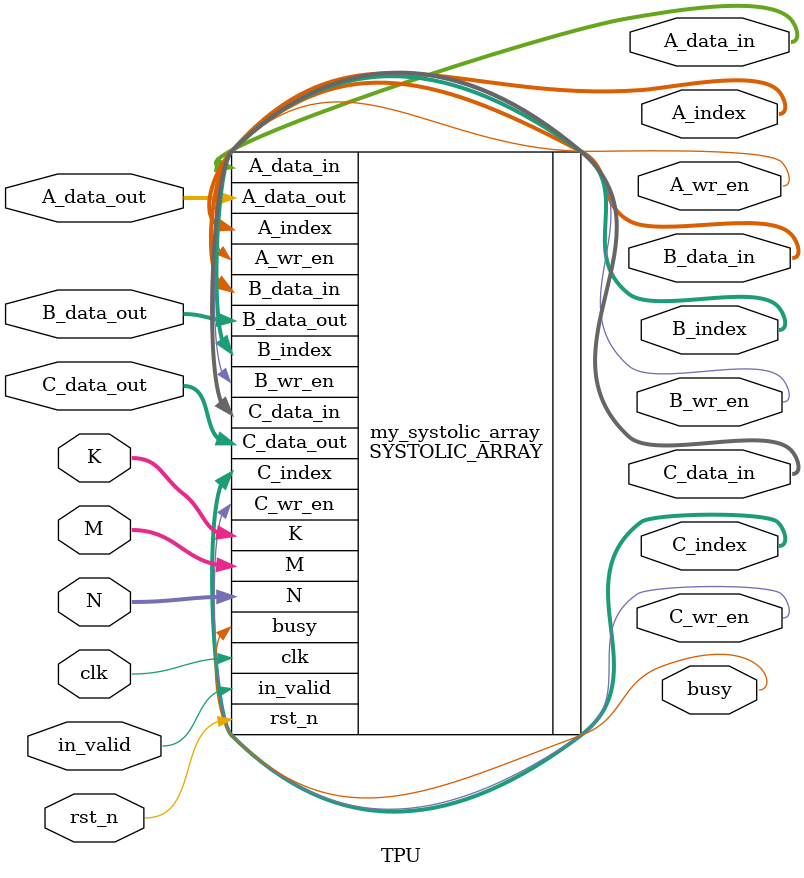
<source format=v>
`include "systolic_array.v"
module TPU(
    clk,
    rst_n,

    in_valid,
    K,
    M,
    N,
    busy,

    A_wr_en,
    A_index,
    A_data_in,
    A_data_out,

    B_wr_en,
    B_index,
    B_data_in,
    B_data_out,

    C_wr_en,
    C_index,
    C_data_in,
    C_data_out
);


input clk;
input rst_n;
input            in_valid;
input [8:0]      K;
input [8:0]      M;
input [8:0]      N;
output        busy;

output           A_wr_en;
output [15:0]    A_index;
output [31:0]    A_data_in;
input  [31:0]    A_data_out;

output           B_wr_en;
output [15:0]    B_index;
output [31:0]    B_data_in;
input  [31:0]    B_data_out;

output           C_wr_en;
output [15:0]    C_index;
output [127:0]   C_data_in;
input  [127:0]   C_data_out;



//* Implement your design here
SYSTOLIC_ARRAY my_systolic_array (
    .clk            (clk),     
    .rst_n          (rst_n),     
    .in_valid       (in_valid),         
    .K              (K), 
    .M              (M), 
    .N              (N), 
    .busy           (busy),     
    .A_wr_en        (A_wr_en),         
    .A_index        (A_index),         
    .A_data_in      (A_data_in),         
    .A_data_out     (A_data_out),         
    .B_wr_en        (B_wr_en),         
    .B_index        (B_index),         
    .B_data_in      (B_data_in),         
    .B_data_out     (B_data_out),         
    .C_wr_en        (C_wr_en),         
    .C_index        (C_index),         
    .C_data_in      (C_data_in),         
    .C_data_out     (C_data_out)        
);
    



endmodule
</source>
